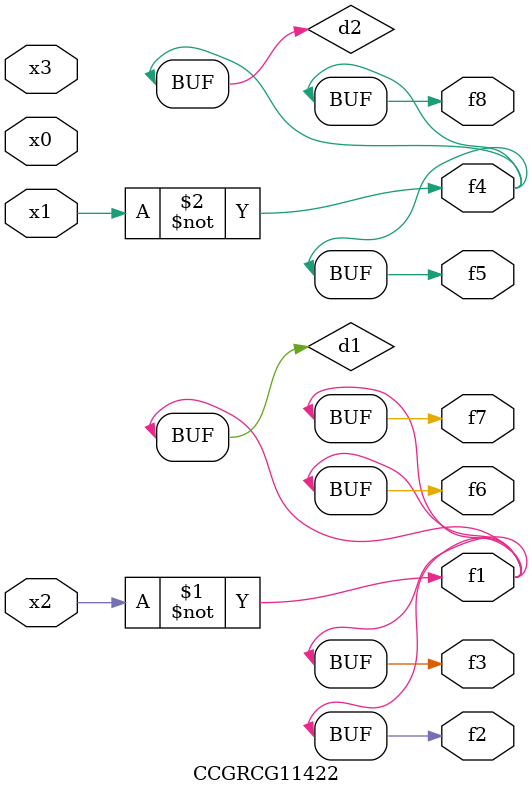
<source format=v>
module CCGRCG11422(
	input x0, x1, x2, x3,
	output f1, f2, f3, f4, f5, f6, f7, f8
);

	wire d1, d2;

	xnor (d1, x2);
	not (d2, x1);
	assign f1 = d1;
	assign f2 = d1;
	assign f3 = d1;
	assign f4 = d2;
	assign f5 = d2;
	assign f6 = d1;
	assign f7 = d1;
	assign f8 = d2;
endmodule

</source>
